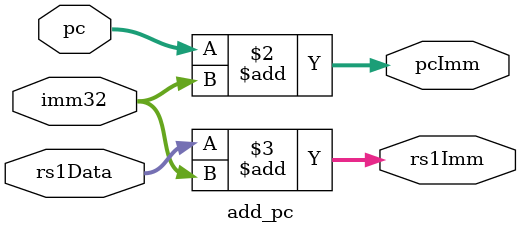
<source format=v>
module add_pc(
    input [31: 0] pc,
    input [31: 0] imm32,
    input [31: 0] rs1Data,

    output reg [31: 0] pcImm,
    output reg [31: 0] rs1Imm
);

always @(*) begin
    pcImm = pc + imm32;
    rs1Imm = rs1Data + imm32;
end
endmodule
</source>
